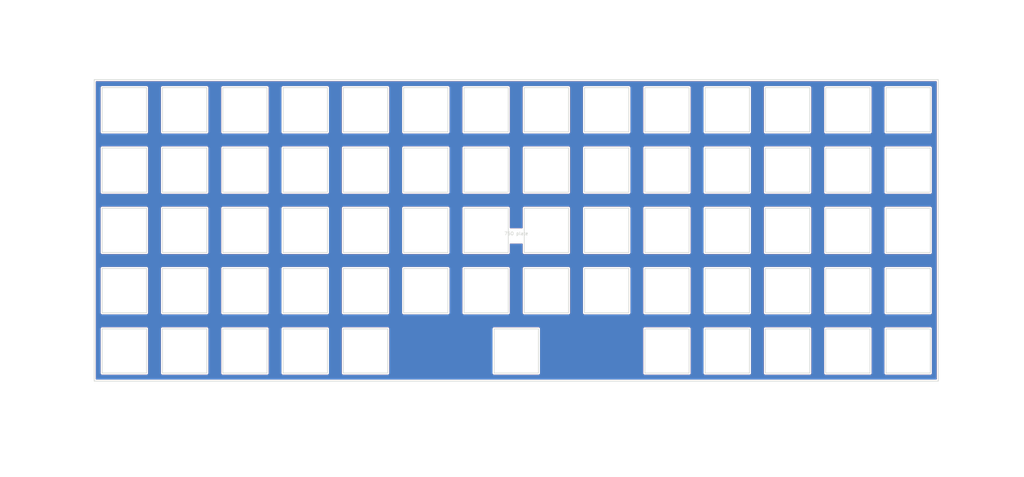
<source format=kicad_pcb>
(kicad_pcb (version 20211014) (generator pcbnew)
  (layers (0 "F.Cu" signal) (31 "B.Cu" signal) (34 "B.Paste" user) (35 "F.Paste" user) (36 "B.SilkS" user "B.Silkscreen") (37 "F.SilkS" user "F.Silkscreen") (38 "B.Mask" user) (39 "F.Mask" user) (44 "Edge.Cuts" user))
  (net 0 "")
  (footprint "Library:75O plate" (layer "F.Cu") (at 149.3012 98.2472)
    (fp_text reference "REF**")
    (fp_text value "75O plate" (at 0 1 unlocked) (layer "Edge.Cuts"))
    (fp_text user "${REFERENCE}" (at 0 2.5 unlocked) (layer "Edge.Cuts"))
    (fp_line (start -130.825392 -45.100503) (end -116.825842 -45.100503) (layer "Edge.Cuts") (width 0.2))
    (fp_line (start 97.774958 6.998797) (end 97.774958 -7.000503) (layer "Edge.Cuts") (width 0.2))
    (fp_line (start -2.526042 12.049597) (end -2.526042 26.048997) (layer "Edge.Cuts") (width 0.2))
    (fp_line (start 2.524958 -45.100503) (end 16.523958 -45.100503) (layer "Edge.Cuts") (width 0.2))
    (fp_line (start -73.675342 -45.100503) (end -59.676042 -45.100503) (layer "Edge.Cuts") (width 0.2))
    (fp_line (start 73.673958 26.048997) (end 59.674958 26.048997) (layer "Edge.Cuts") (width 0.2))
    (fp_line (start -2.526042 -7.000503) (end -2.526042 6.998797) (layer "Edge.Cuts") (width 0.2))
    (fp_line (start 111.773958 45.098957) (end 97.774958 45.098957) (layer "Edge.Cuts") (width 0.2))
    (fp_line (start -35.576742 6.998797) (end -35.576742 -7.000503) (layer "Edge.Cuts") (width 0.2))
    (fp_line (start -16.527042 26.048997) (end -16.527042 12.049597) (layer "Edge.Cuts") (width 0.2))
    (fp_line (start 2.524958 -7.000503) (end 16.523958 -7.000503) (layer "Edge.Cuts") (width 0.2))
    (fp_line (start 21.574958 12.049597) (end 35.573958 12.049597) (layer "Edge.Cuts") (width 0.2))
    (fp_line (start -78.726042 -7.000503) (end -78.726042 6.998797) (layer "Edge.Cuts") (width 0.2))
    (fp_line (start -54.625342 31.099497) (end -40.626042 31.099497) (layer "Edge.Cuts") (width 0.2))
    (fp_line (start 59.674958 31.099497) (end 73.673958 31.099497) (layer "Edge.Cuts") (width 0.2))
    (fp_line (start -97.776042 26.048997) (end -111.775342 26.048997) (layer "Edge.Cuts") (width 0.2))
    (fp_line (start 2.524958 -31.101203) (end 2.524958 -45.100503) (layer "Edge.Cuts") (width 0.2))
    (fp_line (start 92.723958 -12.051203) (end 78.724958 -12.051203) (layer "Edge.Cuts") (width 0.2))
    (fp_line (start -116.825842 -31.101203) (end -130.825392 -31.101203) (layer "Edge.Cuts") (width 0.2))
    (fp_line (start 116.824958 31.099497) (end 130.823958 31.099497) (layer "Edge.Cuts") (width 0.2))
    (fp_line (start -54.625342 12.049597) (end -40.626042 12.049597) (layer "Edge.Cuts") (width 0.2))
    (fp_line (start 116.824958 -26.050503) (end 130.823958 -26.050503) (layer "Edge.Cuts") (width 0.2))
    (fp_line (start -54.625342 45.098957) (end -54.625342 31.099497) (layer "Edge.Cuts") (width 0.2))
    (fp_line (start 78.724958 31.099497) (end 92.723958 31.099497) (layer "Edge.Cuts") (width 0.2))
    (fp_line (start -78.726042 -12.051203) (end -92.725342 -12.051203) (layer "Edge.Cuts") (width 0.2))
    (fp_line (start -130.825392 45.098957) (end -130.825392 31.099497) (layer "Edge.Cuts") (width 0.2))
    (fp_line (start 35.573958 12.049597) (end 35.573958 26.048997) (layer "Edge.Cuts") (width 0.2))
    (fp_line (start 54.623958 26.048997) (end 40.624958 26.048997) (layer "Edge.Cuts") (width 0.2))
    (fp_line (start -97.776042 -7.000503) (end -97.776042 6.998797) (layer "Edge.Cuts") (width 0.2))
    (fp_line (start 35.573958 -45.100503) (end 35.573958 -31.101203) (layer "Edge.Cuts") (width 0.2))
    (fp_line (start -111.775342 31.099497) (end -97.776042 31.099497) (layer "Edge.Cuts") (width 0.2))
    (fp_line (start -78.726042 45.098957) (end -92.725342 45.098957) (layer "Edge.Cuts") (width 0.2))
    (fp_line (start 59.674958 6.998797) (end 59.674958 -7.000503) (layer "Edge.Cuts") (width 0.2))
    (fp_line (start 130.823958 -7.000503) (end 130.823958 6.998797) (layer "Edge.Cuts") (width 0.2))
    (fp_line (start 54.623958 -31.101203) (end 40.624958 -31.101203) (layer "Edge.Cuts") (width 0.2))
    (fp_line (start 73.673958 -31.101203) (end 59.674958 -31.101203) (layer "Edge.Cuts") (width 0.2))
    (fp_line (start 59.674958 -26.050503) (end 73.673958 -26.050503) (layer "Edge.Cuts") (width 0.2))
    (fp_line (start -35.576742 -7.000503) (end -21.576042 -7.000503) (layer "Edge.Cuts") (width 0.2))
    (fp_line (start -7.000042 31.099497) (end 6.998958 31.099497) (layer "Edge.Cuts") (width 0.2))
    (fp_line (start 16.523958 -26.050503) (end 16.523958 -12.051203) (layer "Edge.Cuts") (width 0.2))
    (fp_line (start 73.673958 -45.100503) (end 73.673958 -31.101203) (layer "Edge.Cuts") (width 0.2))
    (fp_line (start -40.626042 45.098957) (end -54.625342 45.098957) (layer "Edge.Cuts") (width 0.2))
    (fp_line (start -92.725342 -12.051203) (end -92.725342 -26.050503) (layer "Edge.Cuts") (width 0.2))
    (fp_line (start -92.725342 12.049597) (end -78.726042 12.049597) (layer "Edge.Cuts") (width 0.2))
    (fp_line (start -59.676042 -7.000503) (end -59.676042 6.998797) (layer "Edge.Cuts") (width 0.2))
    (fp_line (start 130.823958 45.098957) (end 116.824958 45.098957) (layer "Edge.Cuts") (width 0.2))
    (fp_line (start -73.675342 45.098957) (end -73.675342 31.099497) (layer "Edge.Cuts") (width 0.2))
    (fp_line (start 35.573958 -7.000503) (end 35.573958 6.998797) (layer "Edge.Cuts") (width 0.2))
    (fp_line (start -16.527042 -31.101203) (end -16.527042 -45.100503) (layer "Edge.Cuts") (width 0.2))
    (fp_line (start -73.675342 6.998797) (end -73.675342 -7.000503) (layer "Edge.Cuts") (width 0.2))
    (fp_line (start -2.526042 6.998797) (end -16.527042 6.998797) (layer "Edge.Cuts") (width 0.2))
    (fp_line (start 111.773958 6.998797) (end 97.774958 6.998797) (layer "Edge.Cuts") (width 0.2))
    (fp_line (start -40.626042 -31.101203) (end -54.625342 -31.101203) (layer "Edge.Cuts") (width 0.2))
    (fp_line (start -92.725342 26.048997) (end -92.725342 12.049597) (layer "Edge.Cuts") (width 0.2))
    (fp_line (start 116.824958 -31.101203) (end 116.824958 -45.100503) (layer "Edge.Cuts") (width 0.2))
    (fp_line (start 35.573958 26.048997) (end 21.574958 26.048997) (layer "Edge.Cuts") (width 0.2))
    (fp_line (start 21.574958 -7.000503) (end 35.573958 -7.000503) (layer "Edge.Cuts") (width 0.2))
    (fp_line (start 97.774958 -7.000503) (end 111.773958 -7.000503) (layer "Edge.Cuts") (width 0.2))
    (fp_line (start -130.825392 -7.000503) (end -116.825842 -7.000503) (layer "Edge.Cuts") (width 0.2))
    (fp_line (start -54.625342 -26.050503) (end -40.626042 -26.050503) (layer "Edge.Cuts") (width 0.2))
    (fp_line (start -59.676042 45.098957) (end -73.675342 45.098957) (layer "Edge.Cuts") (width 0.2))
    (fp_line (start -111.775342 12.049597) (end -97.776042 12.049597) (layer "Edge.Cuts") (width 0.2))
    (fp_line (start -92.725342 -7.000503) (end -78.726042 -7.000503) (layer "Edge.Cuts") (width 0.2))
    (fp_line (start 78.724958 45.098957) (end 78.724958 31.099497) (layer "Edge.Cuts") (width 0.2))
    (fp_line (start -111.775342 26.048997) (end -111.775342 12.049597) (layer "Edge.Cuts") (width 0.2))
    (fp_line (start -92.725342 -31.101203) (end -92.725342 -45.100503) (layer "Edge.Cuts") (width 0.2))
    (fp_line (start 78.724958 -45.100503) (end 92.723958 -45.100503) (layer "Edge.Cuts") (width 0.2))
    (fp_line (start 40.624958 -12.051203) (end 40.624958 -26.050503) (layer "Edge.Cuts") (width 0.2))
    (fp_line (start -111.775342 6.998797) (end -111.775342 -7.000503) (layer "Edge.Cuts") (width 0.2))
    (fp_line (start -35.576742 26.048997) (end -35.576742 12.049597) (layer "Edge.Cuts") (width 0.2))
    (fp_line (start 78.724958 26.048997) (end 78.724958 12.049597) (layer "Edge.Cuts") (width 0.2))
    (fp_line (start 130.823958 31.099497) (end 130.823958 45.098957) (layer "Edge.Cuts") (width 0.2))
    (fp_line (start 130.823958 -31.101203) (end 116.824958 -31.101203) (layer "Edge.Cuts") (width 0.2))
    (fp_line (start -2.526042 -12.051203) (end -16.527042 -12.051203) (layer "Edge.Cuts") (width 0.2))
    (fp_line (start 59.674958 -31.101203) (end 59.674958 -45.100503) (layer "Edge.Cuts") (width 0.2))
    (fp_line (start -7.000042 45.098957) (end -7.000042 31.099497) (layer "Edge.Cuts") (width 0.2))
    (fp_line (start -16.527042 -45.100503) (end -2.526042 -45.100503) (layer "Edge.Cuts") (width 0.2))
    (fp_line (start 40.624958 31.099497) (end 54.623958 31.099497) (layer "Edge.Cuts") (width 0.2))
    (fp_line (start 78.724958 6.998797) (end 78.724958 -7.000503) (layer "Edge.Cuts") (width 0.2))
    (fp_line (start 54.623958 31.099497) (end 54.623958 45.098957) (layer "Edge.Cuts") (width 0.2))
    (fp_line (start 97.774958 -31.101203) (end 97.774958 -45.100503) (layer "Edge.Cuts") (width 0.2))
    (fp_line (start 92.723958 6.998797) (end 78.724958 6.998797) (layer "Edge.Cuts") (width 0.2))
    (fp_line (start 92.723958 31.099497) (end 92.723958 45.098957) (layer "Edge.Cuts") (width 0.2))
    (fp_line (start 92.723958 -45.100503) (end 92.723958 -31.101203) (layer "Edge.Cuts") (width 0.2))
    (fp_line (start 73.673958 -12.051203) (end 59.674958 -12.051203) (layer "Edge.Cuts") (width 0.2))
    (fp_line (start -21.576042 -26.050503) (end -21.576042 -12.051203) (layer "Edge.Cuts") (width 0.2))
    (fp_line (start 73.673958 -7.000503) (end 73.673958 6.998797) (layer "Edge.Cuts") (width 0.2))
    (fp_line (start -78.726042 -45.100503) (end -78.726042 -31.101203) (layer "Edge.Cuts") (width 0.2))
    (fp_line (start -130.825392 -26.050503) (end -116.825842 -26.050503) (layer "Edge.Cuts") (width 0.2))
    (fp_line (start 130.823958 12.049597) (end 130.823958 26.048997) (layer "Edge.Cuts") (width 0.2))
    (fp_line (start 59.674958 45.098957) (end 59.674958 31.099497) (layer "Edge.Cuts") (width 0.2))
    (fp_line (start 92.723958 45.098957) (end 78.724958 45.098957) (layer "Edge.Cuts") (width 0.2))
    (fp_line (start 116.824958 45.098957) (end 116.824958 31.099497) (layer "Edge.Cuts") (width 0.2))
    (fp_line (start -116.825842 31.099497) (end -116.825842 45.098957) (layer "Edge.Cuts") (width 0.2))
    (fp_line (start 21.574958 26.048997) (end 21.574958 12.049597) (layer "Edge.Cuts") (width 0.2))
    (fp_line (start 2.524958 26.048997) (end 2.524958 12.049597) (layer "Edge.Cuts") (width 0.2))
    (fp_line (start -54.625342 -45.100503) (end -40.626042 -45.100503) (layer "Edge.Cuts") (width 0.2))
    (fp_line (start -40.626042 -26.050503) (end -40.626042 -12.051203) (layer "Edge.Cuts") (width 0.2))
    (fp_line (start -97.776042 45.098957) (end -111.775342 45.098957) (layer "Edge.Cuts") (width 0.2))
    (fp_line (start -59.676042 6.998797) (end -73.675342 6.998797) (layer "Edge.Cuts") (width 0.2))
    (fp_line (start 40.624958 45.098957) (end 40.624958 31.099497) (layer "Edge.Cuts") (width 0.2))
    (fp_line (start 21.574958 -31.101203) (end 21.574958 -45.100503) (layer "Edge.Cuts") (width 0.2))
    (fp_line (start -116.825842 -45.100503) (end -116.825842 -31.101203) (layer "Edge.Cuts") (width 0.2))
    (fp_line (start 92.723958 26.048997) (end 78.724958 26.048997) (layer "Edge.Cuts") (width 0.2))
    (fp_line (start 133.349958 -47.624903) (end 133.349958 47.624904) (layer "Edge.Cuts") (width 0.2))
    (fp_line (start 116.824958 -7.000503) (end 130.823958 -7.000503) (layer "Edge.Cuts") (width 0.2))
    (fp_line (start -92.725342 -26.050503) (end -78.726042 -26.050503) (layer "Edge.Cuts") (width 0.2))
    (fp_line (start -92.725342 6.998797) (end -92.725342 -7.000503) (layer "Edge.Cuts") (width 0.2))
    (fp_line (start -40.626042 26.048997) (end -54.625342 26.048997) (layer "Edge.Cuts") (width 0.2))
    (fp_line (start -92.725342 45.098957) (end -92.725342 31.099497) (layer "Edge.Cuts") (width 0.2))
    (fp_line (start 35.573958 -12.051203) (end 21.574958 -12.051203) (layer "Edge.Cuts") (width 0.2))
    (fp_line (start -130.825392 31.099497) (end -116.825842 31.099497) (layer "Edge.Cuts") (width 0.2))
    (fp_line (start 40.624958 6.998797) (end 40.624958 -7.000503) (layer "Edge.Cuts") (width 0.2))
    (fp_line (start -97.776042 31.099497) (end -97.776042 45.098957) (layer "Edge.Cuts") (width 0.2))
    (fp_line (start -111.775342 -7.000503) (end -97.776042 -7.000503) (layer "Edge.Cuts") (width 0.2))
    (fp_line (start 35.573958 -26.050503) (end 35.573958 -12.051203) (layer "Edge.Cuts") (width 0.2))
    (fp_line (start -2.526042 -26.050503) (end -2.526042 -12.051203) (layer "Edge.Cuts") (width 0.2))
    (fp_line (start -54.625342 6.998797) (end -54.625342 -7.000503) (layer "Edge.Cuts") (width 0.2))
    (fp_line (start 73.673958 -26.050503) (end 73.673958 -12.051203) (layer "Edge.Cuts") (width 0.2))
    (fp_line (start -73.675342 31.099497) (end -59.676042 31.099497) (layer "Edge.Cuts") (width 0.2))
    (fp_line (start 54.623958 -12.051203) (end 40.624958 -12.051203) (layer "Edge.Cuts") (width 0.2))
    (fp_line (start -78.726042 -31.101203) (end -92.725342 -31.101203) (layer "Edge.Cuts") (width 0.2))
    (fp_line (start 73.673958 45.098957) (end 59.674958 45.098957) (layer "Edge.Cuts") (width 0.2))
    (fp_line (start -40.626042 -12.051203) (end -54.625342 -12.051203) (layer "Edge.Cuts") (width 0.2))
    (fp_line (start -116.825842 -26.050503) (end -116.825842 -12.051203) (layer "Edge.Cuts") (width 0.2))
    (fp_line (start -116.825842 -12.051203) (end -130.825392 -12.051203) (layer "Edge.Cuts") (width 0.2))
    (fp_line (start 73.673958 12.049597) (end 73.673958 26.048997) (layer "Edge.Cuts") (width 0.2))
    (fp_line (start -111.775342 45.098957) (end -111.775342 31.099497) (layer "Edge.Cuts") (width 0.2))
    (fp_line (start 16.523958 -31.101203) (end 2.524958 -31.101203) (layer "Edge.Cuts") (width 0.2))
    (fp_line (start -111.775342 -12.051203) (end -111.775342 -26.050503) (layer "Edge.Cuts") (width 0.2))
    (fp_line (start 130.823958 -26.050503) (end 130.823958 -12.051203) (layer "Edge.Cuts") (width 0.2))
    (fp_line (start 54.623958 -7.000503) (end 54.623958 6.998797) (layer "Edge.Cuts") (width 0.2))
    (fp_line (start 97.774958 -12.051203) (end 97.774958 -26.050503) (layer "Edge.Cuts") (width 0.2))
    (fp_line (start -21.576042 12.049597) (end -21.576042 26.048997) (layer "Edge.Cuts") (width 0.2))
    (fp_line (start -116.825842 45.098957) (end -130.825392 45.098957) (layer "Edge.Cuts") (width 0.2))
    (fp_line (start -97.776042 -45.100503) (end -97.776042 -31.101203) (layer "Edge.Cuts") (width 0.2))
    (fp_line (start 78.724958 -31.101203) (end 78.724958 -45.100503) (layer "Edge.Cuts") (width 0.2))
    (fp_line (start -116.825842 12.049597) (end -116.825842 26.048997) (layer "Edge.Cuts") (width 0.2))
    (fp_line (start 78.724958 -26.050503) (end 92.723958 -26.050503) (layer "Edge.Cuts") (width 0.2))
    (fp_line (start -97.776042 6.998797) (end -111.775342 6.998797) (layer "Edge.Cuts") (width 0.2))
    (fp_line (start 111.773958 31.099497) (end 111.773958 45.098957) (layer "Edge.Cuts") (width 0.2))
    (fp_line (start 111.773958 -31.101203) (end 97.774958 -31.101203) (layer "Edge.Cuts") (width 0.2))
    (fp_line (start -73.675342 26.048997) (end -73.675342 12.049597) (layer "Edge.Cuts") (width 0.2))
    (fp_line (start -54.625342 -7.000503) (end -40.626042 -7.000503) (layer "Edge.Cuts") (width 0.2))
    (fp_line (start -111.775342 -31.101203) (end -111.775342 -45.100503) (layer "Edge.Cuts") (width 0.2))
    (fp_line (start -16.527042 -12.051203) (end -16.527042 -26.050503) (layer "Edge.Cuts") (width 0.2))
    (fp_line (start -54.625342 26.048997) (end -54.625342 12.049597) (layer "Edge.Cuts") (width 0.2))
    (fp_line (start 111.773958 -7.000503) (end 111.773958 6.998797) (layer "Edge.Cuts") (width 0.2))
    (fp_line (start -21.576042 6.998797) (end -35.576742 6.998797) (layer "Edge.Cuts") (width 0.2))
    (fp_line (start -35.576742 -31.101203) (end -35.576742 -45.100503) (layer "Edge.Cuts") (width 0.2))
    (fp_line (start 73.673958 31.099497) (end 73.673958 45.098957) (layer "Edge.Cuts") (width 0.2))
    (fp_line (start -54.625342 -12.051203) (end -54.625342 -26.050503) (layer "Edge.Cuts") (width 0.2))
    (fp_line (start 54.623958 12.049597) (end 54.623958 26.048997) (layer "Edge.Cuts") (width 0.2))
    (fp_line (start -2.526042 -31.101203) (end -16.527042 -31.101203) (layer "Edge.Cuts") (width 0.2))
    (fp_line (start 130.823958 -12.051203) (end 116.824958 -12.051203) (layer "Edge.Cuts") (width 0.2))
    (fp_line (start 97.774958 45.098957) (end 97.774958 31.099497) (layer "Edge.Cuts") (width 0.2))
    (fp_line (start -2.526042 -45.100503) (end -2.526042 -31.101203) (layer "Edge.Cuts") (width 0.2))
    (fp_line (start 97.774958 31.099497) (end 111.773958 31.099497) (layer "Edge.Cuts") (width 0.2))
    (fp_line (start 116.824958 -45.100503) (end 130.823958 -45.100503) (layer "Edge.Cuts") (width 0.2))
    (fp_line (start -130.825392 12.049597) (end -116.825842 12.049597) (layer "Edge.Cuts") (width 0.2))
    (fp_line (start 6.998958 45.098957) (end -7.000042 45.098957) (layer "Edge.Cuts") (width 0.2))
    (fp_line (start -21.576042 -12.051203) (end -35.576742 -12.051203) (layer "Edge.Cuts") (width 0.2))
    (fp_line (start -21.576042 26.048997) (end -35.576742 26.048997) (layer "Edge.Cuts") (width 0.2))
    (fp_line (start 92.723958 -7.000503) (end 92.723958 6.998797) (layer "Edge.Cuts") (width 0.2))
    (fp_line (start -54.625342 -31.101203) (end -54.625342 -45.100503) (layer "Edge.Cuts") (width 0.2))
    (fp_line (start 21.574958 -45.100503) (end 35.573958 -45.100503) (layer "Edge.Cuts") (width 0.2))
    (fp_line (start -78.726042 26.048997) (end -92.725342 26.048997) (layer "Edge.Cuts") (width 0.2))
    (fp_line (start 16.523958 -12.051203) (end 2.524958 -12.051203) (layer "Edge.Cuts") (width 0.2))
    (fp_line (start 133.349958 47.624904) (end -133.349957 47.624904) (layer "Edge.Cuts") (width 0.2))
    (fp_line (start 130.823958 6.998797) (end 116.824958 6.998797) (layer "Edge.Cuts") (width 0.2))
    (fp_line (start 59.674958 26.048997) (end 59.674958 12.049597) (layer "Edge.Cuts") (width 0.2))
    (fp_line (start -21.576042 -7.000503) (end -21.576042 6.998797) (layer "Edge.Cuts") (width 0.2))
    (fp_line (start -92.725342 -45.100503) (end -78.726042 -45.100503) (layer "Edge.Cuts") (width 0.2))
    (fp_line (start 92.723958 -26.050503) (end 92.723958 -12.051203) (layer "Edge.Cuts") (width 0.2))
    (fp_line (start 54.623958 -45.100503) (end 54.623958 -31.101203) (layer "Edge.Cuts") (width 0.2))
    (fp_line (start -59.676042 -26.050503) (end -59.676042 -12.051203) (layer "Edge.Cuts") (width 0.2))
    (fp_line (start -73.675342 12.049597) (end -59.676042 12.049597) (layer "Edge.Cuts") (width 0.2))
    (fp_line (start 40.624958 12.049597) (end 54.623958 12.049597) (layer "Edge.Cuts") (width 0.2))
    (fp_line (start 116.824958 -12.051203) (end 116.824958 -26.050503) (layer "Edge.Cuts") (width 0.2))
    (fp_line (start -35.576742 -26.050503) (end -21.576042 -26.050503) (layer "Edge.Cuts") (width 0.2))
    (fp_line (start 59.674958 -7.000503) (end 73.673958 -7.000503) (layer "Edge.Cuts") (width 0.2))
    (fp_line (start -111.775342 -26.050503) (end -97.776042 -26.050503) (layer "Edge.Cuts") (width 0.2))
    (fp_line (start 97.774958 12.049597) (end 111.773958 12.049597) (layer "Edge.Cuts") (width 0.2))
    (fp_line (start 97.774958 -26.050503) (end 111.773958 -26.050503) (layer "Edge.Cuts") (width 0.2))
    (fp_line (start 130.823958 -45.100503) (end 130.823958 -31.101203) (layer "Edge.Cuts") (width 0.2))
    (fp_line (start 59.674958 -12.051203) (end 59.674958 -26.050503) (layer "Edge.Cuts") (width 0.2))
    (fp_line (start 116.824958 12.049597) (end 130.823958 12.049597) (layer "Edge.Cuts") (width 0.2))
    (fp_line (start -59.676042 -12.051203) (end -73.675342 -12.051203) (layer "Edge.Cuts") (width 0.2))
    (fp_line (start -59.676042 -31.101203) (end -73.675342 -31.101203) (layer "Edge.Cuts") (width 0.2))
    (fp_line (start -73.675342 -31.101203) (end -73.675342 -45.100503) (layer "Edge.Cuts") (width 0.2))
    (fp_line (start -78.726042 6.998797) (end -92.725342 6.998797) (layer "Edge.Cuts") (width 0.2))
    (fp_line (start 73.673958 6.998797) (end 59.674958 6.998797) (layer "Edge.Cuts") (width 0.2))
    (fp_line (start 111.773958 26.048997) (end 97.774958 26.048997) (layer "Edge.Cuts") (width 0.2))
    (fp_line (start 116.824958 6.998797) (end 116.824958 -7.000503) (layer "Edge.Cuts") (width 0.2))
    (fp_line (start -133.349957 47.624904) (end -133.349957 -47.624903) (layer "Edge.Cuts") (width 0.2))
    (fp_line (start -78.726042 -26.050503) (end -78.726042 -12.051203) (layer "Edge.Cuts") (width 0.2))
    (fp_line (start -40.626042 31.099497) (end -40.626042 45.098957) (layer "Edge.Cuts") (width 0.2))
    (fp_line (start 111.773958 -45.100503) (end 111.773958 -31.101203) (layer "Edge.Cuts") (width 0.2))
    (fp_line (start 54.623958 6.998797) (end 40.624958 6.998797) (layer "Edge.Cuts") (width 0.2))
    (fp_line (start 16.523958 26.048997) (end 2.524958 26.048997) (layer "Edge.Cuts") (width 0.2))
    (fp_line (start 21.574958 -26.050503) (end 35.573958 -26.050503) (layer "Edge.Cuts") (width 0.2))
    (fp_line (start 16.523958 -45.100503) (end 16.523958 -31.101203) (layer "Edge.Cuts") (width 0.2))
    (fp_line (start -40.626042 -7.000503) (end -40.626042 6.998797) (layer "Edge.Cuts") (width 0.2))
    (fp_line (start -35.576742 -12.051203) (end -35.576742 -26.050503) (layer "Edge.Cuts") (width 0.2))
    (fp_line (start -35.576742 -45.100503) (end -21.576042 -45.100503) (layer "Edge.Cuts") (width 0.2))
    (fp_line (start 16.523958 6.998797) (end 2.524958 6.998797) (layer "Edge.Cuts") (width 0.2))
    (fp_line (start 111.773958 -26.050503) (end 111.773958 -12.051203) (layer "Edge.Cuts") (width 0.2))
    (fp_line (start -92.725342 31.099497) (end -78.726042 31.099497) (layer "Edge.Cuts") (width 0.2))
    (fp_line (start -111.775342 -45.100503) (end -97.776042 -45.100503) (layer "Edge.Cuts") (width 0.2))
    (fp_line (start -97.776042 -26.050503) (end -97.776042 -12.051203) (layer "Edge.Cuts") (width 0.2))
    (fp_line (start 59.674958 -45.100503) (end 73.673958 -45.100503) (layer "Edge.Cuts") (width 0.2))
    (fp_line (start -116.825842 26.048997) (end -130.825392 26.048997) (layer "Edge.Cuts") (width 0.2))
    (fp_line (start 78.724958 -12.051203) (end 78.724958 -26.050503) (layer "Edge.Cuts") (width 0.2))
    (fp_line (start 21.574958 6.998797) (end 21.574958 -7.000503) (layer "Edge.Cuts") (width 0.2))
    (fp_line (start 16.523958 -7.000503) (end 16.523958 6.998797) (layer "Edge.Cuts") (width 0.2))
    (fp_line (start 2.524958 12.049597) (end 16.523958 12.049597) (layer "Edge.Cuts") (width 0.2))
    (fp_line (start -78.726042 12.049597) (end -78.726042 26.048997) (layer "Edge.Cuts") (width 0.2))
    (fp_line (start -59.676042 31.099497) (end -59.676042 45.098957) (layer "Edge.Cuts") (width 0.2))
    (fp_line (start 92.723958 -31.101203) (end 78.724958 -31.101203) (layer "Edge.Cuts") (width 0.2))
    (fp_line (start 40.624958 -26.050503) (end 54.623958 -26.050503) (layer "Edge.Cuts") (width 0.2))
    (fp_line (start -40.626042 6.998797) (end -54.625342 6.998797) (layer "Edge.Cuts") (width 0.2))
    (fp_line (start 111.773958 12.049597) (end 111.773958 26.048997) (layer "Edge.Cuts") (width 0.2))
    (fp_line (start 54.623958 -26.050503) (end 54.623958 -12.051203) (layer "Edge.Cuts") (width 0.2))
    (fp_line (start -16.527042 -7.000503) (end -2.526042 -7.000503) (layer "Edge.Cuts") (width 0.2))
    (fp_line (start -116.825842 -7.000503) (end -116.825842 6.998797) (layer "Edge.Cuts") (width 0.2))
    (fp_line (start 40.624958 -31.101203) (end 40.624958 -45.100503) (layer "Edge.Cuts") (width 0.2))
    (fp_line (start -130.825392 -31.101203) (end -130.825392 -45.100503) (layer "Edge.Cuts") (width 0.2))
    (fp_line (start 92.723958 12.049597) (end 92.723958 26.048997) (layer "Edge.Cuts") (width 0.2))
    (fp_line (start -59.676042 26.048997) (end -73.675342 26.048997) (layer "Edge.Cuts") (width 0.2))
    (fp_line (start 97.774958 26.048997) (end 97.774958 12.049597) (layer "Edge.Cuts") (width 0.2))
    (fp_line (start 54.623958 45.098957) (end 40.624958 45.098957) (layer "Edge.Cuts") (width 0.2))
    (fp_line (start -73.675342 -7.000503) (end -59.676042 -7.000503) (layer "Edge.Cuts") (width 0.2))
    (fp_line (start -97.776042 -31.101203) (end -111.775342 -31.101203) (layer "Edge.Cuts") (width 0.2))
    (fp_line (start -40.626042 12.049597) (end -40.626042 26.048997) (layer "Edge.Cuts") (width 0.2))
    (fp_line (start -130.825392 6.998797) (end -130.825392 -7.000503) (layer "Edge.Cuts") (width 0.2))
    (fp_line (start -59.676042 12.049597) (end -59.676042 26.048997) (layer "Edge.Cuts") (width 0.2))
    (fp_line (start -97.776042 12.049597) (end -97.776042 26.048997) (layer "Edge.Cuts") (width 0.2))
    (fp_line (start 35.573958 6.998797) (end 21.574958 6.998797) (layer "Edge.Cuts") (width 0.2))
    (fp_line (start -21.576042 -45.100503) (end -21.576042 -31.101203) (layer "Edge.Cuts") (width 0.2))
    (fp_line (start 59.674958 12.049597) (end 73.673958 12.049597) (layer "Edge.Cuts") (width 0.2))
    (fp_line (start 78.724958 12.049597) (end 92.723958 12.049597) (layer "Edge.Cuts") (width 0.2))
    (fp_line (start -21.576042 -31.101203) (end -35.576742 -31.101203) (layer "Edge.Cuts") (width 0.2))
    (fp_line (start -16.527042 -26.050503) (end -2.526042 -26.050503) (layer "Edge.Cuts") (width 0.2))
    (fp_line (start -78.726042 31.099497) (end -78.726042 45.098957) (layer "Edge.Cuts") (width 0.2))
    (fp_line (start -130.825392 -12.051203) (end -130.825392 -26.050503) (layer "Edge.Cuts") (width 0.2))
    (fp_line (start 6.998958 31.099497) (end 6.998958 45.098957) (layer "Edge.Cuts") (width 0.2))
    (fp_line (start -116.825842 6.998797) (end -130.825392 6.998797) (layer "Edge.Cuts") (width 0.2))
    (fp_line (start -59.676042 -45.100503) (end -59.676042 -31.101203) (layer "Edge.Cuts") (width 0.2))
    (fp_line (start 78.724958 -7.000503) (end 92.723958 -7.000503) (layer "Edge.Cuts") (width 0.2))
    (fp_line (start 40.624958 -45.100503) (end 54.623958 -45.100503) (layer "Edge.Cuts") (width 0.2))
    (fp_line (start -97.776042 -12.051203) (end -111.775342 -12.051203) (layer "Edge.Cuts") (width 0.2))
    (fp_line (start -16.527042 12.049597) (end -2.526042 12.049597) (layer "Edge.Cuts") (width 0.2))
    (fp_line (start -2.526042 26.048997) (end -16.527042 26.048997) (layer "Edge.Cuts") (width 0.2))
    (fp_line (start 21.574958 -12.051203) (end 21.574958 -26.050503) (layer "Edge.Cuts") (width 0.2))
    (fp_line (start 111.773958 -12.051203) (end 97.774958 -12.051203) (layer "Edge.Cuts") (width 0.2))
    (fp_line (start 2.524958 -12.051203) (end 2.524958 -26.050503) (layer "Edge.Cuts") (width 0.2))
    (fp_line (start -16.527042 6.998797) (end -16.527042 -7.000503) (layer "Edge.Cuts") (width 0.2))
    (fp_line (start 116.824958 26.048997) (end 116.824958 12.049597) (layer "Edge.Cuts") (width 0.2))
    (fp_line (start 40.624958 26.048997) (end 40.624958 12.049597) (layer "Edge.Cuts") (width 0.2))
    (fp_line (start -40.626042 -45.100503) (end -40.626042 -31.101203) (layer "Edge.Cuts") (width 0.2))
    (fp_line (start -133.349957 -47.624903) (end 133.349958 -47.624903) (layer "Edge.Cuts") (width 0.2))
    (fp_line (start -73.675342 -12.051203) (end -73.675342 -26.050503) (layer "Edge.Cuts") (width 0.2))
    (fp_line (start 2.524958 6.998797) (end 2.524958 -7.000503) (layer "Edge.Cuts") (width 0.2))
    (fp_line (start 40.624958 -7.000503) (end 54.623958 -7.000503) (layer "Edge.Cuts") (width 0.2))
    (fp_line (start 35.573958 -31.101203) (end 21.574958 -31.101203) (layer "Edge.Cuts") (width 0.2))
    (fp_line (start 16.523958 12.049597) (end 16.523958 26.048997) (layer "Edge.Cuts") (width 0.2))
    (fp_line (start 130.823958 26.048997) (end 116.824958 26.048997) (layer "Edge.Cuts") (width 0.2))
    (fp_line (start 2.524958 -26.050503) (end 16.523958 -26.050503) (layer "Edge.Cuts") (width 0.2))
    (fp_line (start -130.825392 26.048997) (end -130.825392 12.049597) (layer "Edge.Cuts") (width 0.2))
    (fp_line (start -35.576742 12.049597) (end -21.576042 12.049597) (layer "Edge.Cuts") (width 0.2))
    (fp_line (start 97.774958 -45.100503) (end 111.773958 -45.100503) (layer "Edge.Cuts") (width 0.2))
    (fp_line (start -73.675342 -26.050503) (end -59.676042 -26.050503) (layer "Edge.Cuts") (width 0.2))
  )
  (zone (net 0) (net_name "") (layer "F.Cu") (connect_pads (clearance 0.508)) (min_thickness 0.254) (fill yes (thermal_gap 0.508) (thermal_bridge_width 0.508))
    (polygon (pts (xy 295.4528 34.8996) (xy 304.9016 167.2844) (xy -8.1788 165.6588) (xy 0.762 32.2072)))
  )
  (zone (net 0) (net_name "") (layer "B.Cu") (connect_pads (clearance 0.508)) (min_thickness 0.254) (fill yes (thermal_gap 0.508) (thermal_bridge_width 0.508))
    (polygon (pts (xy 309.7276 172.974) (xy -13.8176 176.1744) (xy -0.6096 29.5148) (xy 303.276 25.4508)))
  )
)
</source>
